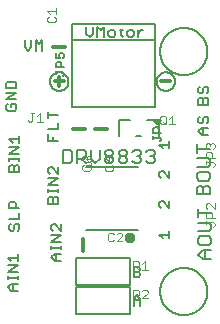
<source format=gbr>
G04 EAGLE Gerber RS-274X export*
G75*
%MOMM*%
%FSLAX34Y34*%
%LPD*%
%INSilkscreen Top*%
%IPPOS*%
%AMOC8*
5,1,8,0,0,1.08239X$1,22.5*%
G01*
%ADD10C,0.152400*%
%ADD11C,0.177800*%
%ADD12C,0.406400*%
%ADD13C,0.203200*%
%ADD14C,0.025400*%
%ADD15C,0.076200*%
%ADD16C,0.304800*%


D10*
X-5248Y225305D02*
X-5248Y219543D01*
X-2367Y216662D01*
X514Y219543D01*
X514Y225305D01*
X4107Y225305D02*
X4107Y216662D01*
X6988Y222424D02*
X4107Y225305D01*
X6988Y222424D02*
X9869Y225305D01*
X9869Y216662D01*
X-19395Y171624D02*
X-20835Y170184D01*
X-20835Y167303D01*
X-19395Y165862D01*
X-13633Y165862D01*
X-12192Y167303D01*
X-12192Y170184D01*
X-13633Y171624D01*
X-16514Y171624D01*
X-16514Y168743D01*
X-20835Y175217D02*
X-12192Y175217D01*
X-12192Y180979D02*
X-20835Y175217D01*
X-20835Y180979D02*
X-12192Y180979D01*
X-12192Y184572D02*
X-20835Y184572D01*
X-12192Y184572D02*
X-12192Y188894D01*
X-13633Y190335D01*
X-19395Y190335D01*
X-20835Y188894D01*
X-20835Y184572D01*
X-16855Y70024D02*
X-18295Y68584D01*
X-18295Y65703D01*
X-16855Y64262D01*
X-15414Y64262D01*
X-13974Y65703D01*
X-13974Y68584D01*
X-12533Y70024D01*
X-11093Y70024D01*
X-9652Y68584D01*
X-9652Y65703D01*
X-11093Y64262D01*
X-9652Y73617D02*
X-18295Y73617D01*
X-9652Y73617D02*
X-9652Y79379D01*
X-9652Y82972D02*
X-18295Y82972D01*
X-18295Y87294D01*
X-16855Y88735D01*
X-13974Y88735D01*
X-12533Y87294D01*
X-12533Y82972D01*
X14725Y140462D02*
X23368Y140462D01*
X14725Y140462D02*
X14725Y146224D01*
X19046Y143343D02*
X19046Y140462D01*
X14725Y149817D02*
X23368Y149817D01*
X23368Y155579D01*
X23368Y162054D02*
X14725Y162054D01*
X14725Y164935D02*
X14725Y159172D01*
X-9652Y113792D02*
X-18295Y113792D01*
X-18295Y118114D01*
X-16855Y119554D01*
X-15414Y119554D01*
X-13974Y118114D01*
X-12533Y119554D01*
X-11093Y119554D01*
X-9652Y118114D01*
X-9652Y113792D01*
X-13974Y113792D02*
X-13974Y118114D01*
X-9652Y123147D02*
X-9652Y126028D01*
X-9652Y124588D02*
X-18295Y124588D01*
X-18295Y126028D02*
X-18295Y123147D01*
X-18295Y129384D02*
X-9652Y129384D01*
X-9652Y135146D02*
X-18295Y129384D01*
X-18295Y135146D02*
X-9652Y135146D01*
X-15414Y138739D02*
X-18295Y141620D01*
X-9652Y141620D01*
X-9652Y138739D02*
X-9652Y144501D01*
X14725Y87122D02*
X23368Y87122D01*
X14725Y87122D02*
X14725Y91444D01*
X16165Y92884D01*
X17606Y92884D01*
X19046Y91444D01*
X20487Y92884D01*
X21927Y92884D01*
X23368Y91444D01*
X23368Y87122D01*
X19046Y87122D02*
X19046Y91444D01*
X23368Y96477D02*
X23368Y99358D01*
X23368Y97918D02*
X14725Y97918D01*
X14725Y99358D02*
X14725Y96477D01*
X14725Y102714D02*
X23368Y102714D01*
X23368Y108476D02*
X14725Y102714D01*
X14725Y108476D02*
X23368Y108476D01*
X23368Y112069D02*
X23368Y117831D01*
X23368Y112069D02*
X17606Y117831D01*
X16165Y117831D01*
X14725Y116391D01*
X14725Y113510D01*
X16165Y112069D01*
X20146Y38862D02*
X25908Y38862D01*
X20146Y38862D02*
X17265Y41743D01*
X20146Y44624D01*
X25908Y44624D01*
X21586Y44624D02*
X21586Y38862D01*
X25908Y48217D02*
X25908Y51098D01*
X25908Y49658D02*
X17265Y49658D01*
X17265Y51098D02*
X17265Y48217D01*
X17265Y54454D02*
X25908Y54454D01*
X25908Y60216D02*
X17265Y54454D01*
X17265Y60216D02*
X25908Y60216D01*
X25908Y63809D02*
X25908Y69571D01*
X25908Y63809D02*
X20146Y69571D01*
X18705Y69571D01*
X17265Y68131D01*
X17265Y65250D01*
X18705Y63809D01*
X-10922Y13462D02*
X-16684Y13462D01*
X-19565Y16343D01*
X-16684Y19224D01*
X-10922Y19224D01*
X-15244Y19224D02*
X-15244Y13462D01*
X-10922Y22817D02*
X-10922Y25698D01*
X-10922Y24258D02*
X-19565Y24258D01*
X-19565Y25698D02*
X-19565Y22817D01*
X-19565Y29054D02*
X-10922Y29054D01*
X-10922Y34816D02*
X-19565Y29054D01*
X-19565Y34816D02*
X-10922Y34816D01*
X-16684Y38409D02*
X-19565Y41290D01*
X-10922Y41290D01*
X-10922Y38409D02*
X-10922Y44171D01*
X47098Y230973D02*
X47098Y236735D01*
X47098Y230973D02*
X49980Y228092D01*
X52861Y230973D01*
X52861Y236735D01*
X56454Y236735D02*
X56454Y228092D01*
X59335Y233854D02*
X56454Y236735D01*
X59335Y233854D02*
X62216Y236735D01*
X62216Y228092D01*
X67249Y228092D02*
X70131Y228092D01*
X71571Y229533D01*
X71571Y232414D01*
X70131Y233854D01*
X67249Y233854D01*
X65809Y232414D01*
X65809Y229533D01*
X67249Y228092D01*
X76605Y229533D02*
X76605Y235295D01*
X76605Y229533D02*
X78045Y228092D01*
X78045Y233854D02*
X75164Y233854D01*
X82841Y228092D02*
X85722Y228092D01*
X87163Y229533D01*
X87163Y232414D01*
X85722Y233854D01*
X82841Y233854D01*
X81401Y232414D01*
X81401Y229533D01*
X82841Y228092D01*
X90756Y228092D02*
X90756Y233854D01*
X90756Y230973D02*
X93637Y233854D01*
X95078Y233854D01*
D11*
X140580Y94869D02*
X151511Y94869D01*
X140580Y94869D02*
X140580Y100335D01*
X142402Y102157D01*
X144223Y102157D01*
X146045Y100335D01*
X147867Y102157D01*
X149689Y102157D01*
X151511Y100335D01*
X151511Y94869D01*
X146045Y94869D02*
X146045Y100335D01*
X140580Y108385D02*
X140580Y112029D01*
X140580Y108385D02*
X142402Y106563D01*
X149689Y106563D01*
X151511Y108385D01*
X151511Y112029D01*
X149689Y113851D01*
X142402Y113851D01*
X140580Y112029D01*
X140580Y118257D02*
X149689Y118257D01*
X151511Y120079D01*
X151511Y123723D01*
X149689Y125544D01*
X140580Y125544D01*
X140580Y133595D02*
X151511Y133595D01*
X140580Y129951D02*
X140580Y137238D01*
X145493Y40259D02*
X152781Y40259D01*
X145493Y40259D02*
X141850Y43903D01*
X145493Y47547D01*
X152781Y47547D01*
X147315Y47547D02*
X147315Y40259D01*
X141850Y53775D02*
X141850Y57419D01*
X141850Y53775D02*
X143672Y51953D01*
X150959Y51953D01*
X152781Y53775D01*
X152781Y57419D01*
X150959Y59241D01*
X143672Y59241D01*
X141850Y57419D01*
X141850Y63647D02*
X150959Y63647D01*
X152781Y65469D01*
X152781Y69113D01*
X150959Y70934D01*
X141850Y70934D01*
X141850Y78985D02*
X152781Y78985D01*
X141850Y75341D02*
X141850Y82628D01*
D10*
X111586Y134112D02*
X108705Y136993D01*
X117348Y136993D01*
X117348Y134112D02*
X117348Y139874D01*
X117348Y114474D02*
X117348Y108712D01*
X111586Y114474D01*
X110145Y114474D01*
X108705Y113034D01*
X108705Y110153D01*
X110145Y108712D01*
X117348Y89074D02*
X117348Y83312D01*
X111586Y89074D01*
X110145Y89074D01*
X108705Y87634D01*
X108705Y84753D01*
X110145Y83312D01*
X108705Y60793D02*
X111586Y57912D01*
X108705Y60793D02*
X117348Y60793D01*
X117348Y57912D02*
X117348Y63674D01*
X144606Y145542D02*
X150368Y145542D01*
X144606Y145542D02*
X141725Y148423D01*
X144606Y151304D01*
X150368Y151304D01*
X146046Y151304D02*
X146046Y145542D01*
X141725Y159219D02*
X143165Y160659D01*
X141725Y159219D02*
X141725Y156338D01*
X143165Y154897D01*
X144606Y154897D01*
X146046Y156338D01*
X146046Y159219D01*
X147487Y160659D01*
X148927Y160659D01*
X150368Y159219D01*
X150368Y156338D01*
X148927Y154897D01*
D11*
X27559Y132470D02*
X27559Y121539D01*
X33025Y121539D01*
X34847Y123361D01*
X34847Y130648D01*
X33025Y132470D01*
X27559Y132470D01*
X39253Y132470D02*
X39253Y121539D01*
X39253Y132470D02*
X44719Y132470D01*
X46541Y130648D01*
X46541Y127005D01*
X44719Y125183D01*
X39253Y125183D01*
X42897Y125183D02*
X46541Y121539D01*
X50947Y125183D02*
X50947Y132470D01*
X50947Y125183D02*
X54591Y121539D01*
X58234Y125183D01*
X58234Y132470D01*
X62641Y130648D02*
X64463Y132470D01*
X68107Y132470D01*
X69928Y130648D01*
X69928Y128827D01*
X68107Y127005D01*
X69928Y125183D01*
X69928Y123361D01*
X68107Y121539D01*
X64463Y121539D01*
X62641Y123361D01*
X62641Y125183D01*
X64463Y127005D01*
X62641Y128827D01*
X62641Y130648D01*
X64463Y127005D02*
X68107Y127005D01*
X74335Y130648D02*
X76157Y132470D01*
X79801Y132470D01*
X81622Y130648D01*
X81622Y128827D01*
X79801Y127005D01*
X81622Y125183D01*
X81622Y123361D01*
X79801Y121539D01*
X76157Y121539D01*
X74335Y123361D01*
X74335Y125183D01*
X76157Y127005D01*
X74335Y128827D01*
X74335Y130648D01*
X76157Y127005D02*
X79801Y127005D01*
X86029Y130648D02*
X87851Y132470D01*
X91495Y132470D01*
X93316Y130648D01*
X93316Y128827D01*
X91495Y127005D01*
X89673Y127005D01*
X91495Y127005D02*
X93316Y125183D01*
X93316Y123361D01*
X91495Y121539D01*
X87851Y121539D01*
X86029Y123361D01*
X97723Y130648D02*
X99545Y132470D01*
X103188Y132470D01*
X105010Y130648D01*
X105010Y128827D01*
X103188Y127005D01*
X101367Y127005D01*
X103188Y127005D02*
X105010Y125183D01*
X105010Y123361D01*
X103188Y121539D01*
X99545Y121539D01*
X97723Y123361D01*
D10*
X141725Y170942D02*
X150368Y170942D01*
X141725Y170942D02*
X141725Y175264D01*
X143165Y176704D01*
X144606Y176704D01*
X146046Y175264D01*
X147487Y176704D01*
X148927Y176704D01*
X150368Y175264D01*
X150368Y170942D01*
X146046Y170942D02*
X146046Y175264D01*
X141725Y184619D02*
X143165Y186059D01*
X141725Y184619D02*
X141725Y181738D01*
X143165Y180297D01*
X144606Y180297D01*
X146046Y181738D01*
X146046Y184619D01*
X147487Y186059D01*
X148927Y186059D01*
X150368Y184619D01*
X150368Y181738D01*
X148927Y180297D01*
X87122Y6524D02*
X87122Y762D01*
X87122Y6524D02*
X90003Y9405D01*
X92884Y6524D01*
X92884Y762D01*
X92884Y5084D02*
X87122Y5084D01*
X87122Y24892D02*
X87122Y33535D01*
X91444Y33535D01*
X92884Y32095D01*
X92884Y30654D01*
X91444Y29214D01*
X92884Y27773D01*
X92884Y26333D01*
X91444Y24892D01*
X87122Y24892D01*
X87122Y29214D02*
X91444Y29214D01*
D12*
X81580Y58440D02*
X81582Y58529D01*
X81588Y58618D01*
X81598Y58707D01*
X81612Y58795D01*
X81629Y58882D01*
X81651Y58968D01*
X81677Y59054D01*
X81706Y59138D01*
X81739Y59221D01*
X81775Y59302D01*
X81816Y59382D01*
X81859Y59459D01*
X81906Y59535D01*
X81957Y59608D01*
X82010Y59679D01*
X82067Y59748D01*
X82127Y59814D01*
X82190Y59878D01*
X82255Y59938D01*
X82323Y59996D01*
X82394Y60050D01*
X82467Y60101D01*
X82542Y60149D01*
X82619Y60194D01*
X82698Y60235D01*
X82779Y60272D01*
X82861Y60306D01*
X82945Y60337D01*
X83030Y60363D01*
X83116Y60386D01*
X83203Y60404D01*
X83291Y60419D01*
X83380Y60430D01*
X83469Y60437D01*
X83558Y60440D01*
X83647Y60439D01*
X83736Y60434D01*
X83824Y60425D01*
X83913Y60412D01*
X84000Y60395D01*
X84087Y60375D01*
X84173Y60350D01*
X84257Y60322D01*
X84340Y60290D01*
X84422Y60254D01*
X84502Y60215D01*
X84580Y60172D01*
X84656Y60126D01*
X84730Y60076D01*
X84802Y60023D01*
X84871Y59967D01*
X84938Y59908D01*
X85002Y59846D01*
X85063Y59782D01*
X85122Y59714D01*
X85177Y59644D01*
X85229Y59572D01*
X85278Y59497D01*
X85323Y59421D01*
X85365Y59342D01*
X85403Y59262D01*
X85438Y59180D01*
X85469Y59096D01*
X85497Y59011D01*
X85520Y58925D01*
X85540Y58838D01*
X85556Y58751D01*
X85568Y58662D01*
X85576Y58574D01*
X85580Y58485D01*
X85580Y58395D01*
X85576Y58306D01*
X85568Y58218D01*
X85556Y58129D01*
X85540Y58042D01*
X85520Y57955D01*
X85497Y57869D01*
X85469Y57784D01*
X85438Y57700D01*
X85403Y57618D01*
X85365Y57538D01*
X85323Y57459D01*
X85278Y57383D01*
X85229Y57308D01*
X85177Y57236D01*
X85122Y57166D01*
X85063Y57098D01*
X85002Y57034D01*
X84938Y56972D01*
X84871Y56913D01*
X84802Y56857D01*
X84730Y56804D01*
X84656Y56754D01*
X84580Y56708D01*
X84502Y56665D01*
X84422Y56626D01*
X84340Y56590D01*
X84257Y56558D01*
X84173Y56530D01*
X84087Y56505D01*
X84000Y56485D01*
X83913Y56468D01*
X83824Y56455D01*
X83736Y56446D01*
X83647Y56441D01*
X83558Y56440D01*
X83469Y56443D01*
X83380Y56450D01*
X83291Y56461D01*
X83203Y56476D01*
X83116Y56494D01*
X83030Y56517D01*
X82945Y56543D01*
X82861Y56574D01*
X82779Y56608D01*
X82698Y56645D01*
X82619Y56686D01*
X82542Y56731D01*
X82467Y56779D01*
X82394Y56830D01*
X82323Y56884D01*
X82255Y56942D01*
X82190Y57002D01*
X82127Y57066D01*
X82067Y57132D01*
X82010Y57201D01*
X81957Y57272D01*
X81906Y57345D01*
X81859Y57421D01*
X81816Y57498D01*
X81775Y57578D01*
X81739Y57659D01*
X81706Y57742D01*
X81677Y57826D01*
X81651Y57912D01*
X81629Y57998D01*
X81612Y58085D01*
X81598Y58173D01*
X81588Y58262D01*
X81582Y58351D01*
X81580Y58440D01*
D13*
X90580Y118440D02*
X46580Y118440D01*
X46580Y64440D02*
X90580Y64440D01*
D14*
X50037Y119507D02*
X46860Y119507D01*
X50037Y119507D02*
X50673Y120143D01*
X50673Y121414D01*
X50037Y122049D01*
X46860Y122049D01*
X48131Y123249D02*
X46860Y124520D01*
X50673Y124520D01*
X50673Y123249D02*
X50673Y125791D01*
D13*
X38100Y40640D02*
X83820Y40640D01*
X83820Y17780D01*
X38100Y17780D01*
X38100Y40640D01*
D15*
X86741Y38233D02*
X86741Y30861D01*
X86741Y38233D02*
X90427Y38233D01*
X91656Y37005D01*
X91656Y34547D01*
X90427Y33318D01*
X86741Y33318D01*
X89198Y33318D02*
X91656Y30861D01*
X94225Y35776D02*
X96683Y38233D01*
X96683Y30861D01*
X99140Y30861D02*
X94225Y30861D01*
D13*
X83820Y16510D02*
X38100Y16510D01*
X83820Y16510D02*
X83820Y-6350D01*
X38100Y-6350D01*
X38100Y16510D01*
D15*
X86741Y14103D02*
X86741Y6731D01*
X86741Y14103D02*
X90427Y14103D01*
X91656Y12875D01*
X91656Y10417D01*
X90427Y9188D01*
X86741Y9188D01*
X89198Y9188D02*
X91656Y6731D01*
X94225Y6731D02*
X99140Y6731D01*
X94225Y6731D02*
X99140Y11646D01*
X99140Y12875D01*
X97911Y14103D01*
X95454Y14103D01*
X94225Y12875D01*
D13*
X105120Y169200D02*
X105120Y225200D01*
X105120Y239200D01*
X35120Y239200D01*
X35120Y225200D01*
X35120Y169200D01*
X105120Y169200D01*
X105120Y225200D02*
X35120Y225200D01*
D15*
X-2367Y157782D02*
X-1139Y156553D01*
X90Y156553D01*
X1319Y157782D01*
X1319Y163925D01*
X90Y163925D02*
X2548Y163925D01*
X5117Y161468D02*
X7574Y163925D01*
X7574Y156553D01*
X5117Y156553D02*
X10032Y156553D01*
D13*
X74716Y157734D02*
X74716Y144606D01*
X74716Y157734D02*
X84304Y157734D01*
X108164Y157734D02*
X108164Y144606D01*
X108164Y157734D02*
X98576Y157734D01*
X93664Y144526D02*
X89076Y144526D01*
D15*
X109601Y155280D02*
X109601Y160195D01*
X110830Y161423D01*
X113287Y161423D01*
X114516Y160195D01*
X114516Y155280D01*
X113287Y154051D01*
X110830Y154051D01*
X109601Y155280D01*
X112058Y156508D02*
X114516Y154051D01*
X117085Y158966D02*
X119543Y161423D01*
X119543Y154051D01*
X122000Y154051D02*
X117085Y154051D01*
D16*
X44450Y57150D02*
X44450Y46990D01*
D15*
X68837Y62363D02*
X70066Y61135D01*
X68837Y62363D02*
X66380Y62363D01*
X65151Y61135D01*
X65151Y56220D01*
X66380Y54991D01*
X68837Y54991D01*
X70066Y56220D01*
X72635Y54991D02*
X77550Y54991D01*
X72635Y54991D02*
X77550Y59906D01*
X77550Y61135D01*
X76321Y62363D01*
X73864Y62363D01*
X72635Y61135D01*
D16*
X45720Y149860D02*
X35560Y149860D01*
D15*
X44783Y119868D02*
X43555Y118639D01*
X43555Y116181D01*
X44783Y114953D01*
X49698Y114953D01*
X50927Y116181D01*
X50927Y118639D01*
X49698Y119868D01*
X44783Y122437D02*
X43555Y123666D01*
X43555Y126123D01*
X44783Y127352D01*
X46012Y127352D01*
X47241Y126123D01*
X47241Y124894D01*
X47241Y126123D02*
X48470Y127352D01*
X49698Y127352D01*
X50927Y126123D01*
X50927Y123666D01*
X49698Y122437D01*
D16*
X29210Y219710D02*
X19050Y219710D01*
D15*
X13837Y244097D02*
X15065Y245326D01*
X13837Y244097D02*
X13837Y241640D01*
X15065Y240411D01*
X19980Y240411D01*
X21209Y241640D01*
X21209Y244097D01*
X19980Y245326D01*
X16294Y247895D02*
X13837Y250353D01*
X21209Y250353D01*
X21209Y252810D02*
X21209Y247895D01*
D16*
X54610Y149860D02*
X64770Y149860D01*
D15*
X63833Y119868D02*
X62605Y118639D01*
X62605Y116181D01*
X63833Y114953D01*
X68748Y114953D01*
X69977Y116181D01*
X69977Y118639D01*
X68748Y119868D01*
X69977Y126123D02*
X62605Y126123D01*
X66291Y122437D01*
X66291Y127352D01*
D13*
X109540Y215900D02*
X109546Y216391D01*
X109564Y216881D01*
X109594Y217371D01*
X109636Y217860D01*
X109690Y218348D01*
X109756Y218835D01*
X109834Y219319D01*
X109924Y219802D01*
X110026Y220282D01*
X110139Y220760D01*
X110264Y221234D01*
X110401Y221706D01*
X110549Y222174D01*
X110709Y222638D01*
X110880Y223098D01*
X111062Y223554D01*
X111256Y224005D01*
X111460Y224451D01*
X111676Y224892D01*
X111902Y225328D01*
X112138Y225758D01*
X112385Y226182D01*
X112643Y226600D01*
X112911Y227011D01*
X113188Y227416D01*
X113476Y227814D01*
X113773Y228205D01*
X114080Y228588D01*
X114396Y228963D01*
X114721Y229331D01*
X115055Y229691D01*
X115398Y230042D01*
X115749Y230385D01*
X116109Y230719D01*
X116477Y231044D01*
X116852Y231360D01*
X117235Y231667D01*
X117626Y231964D01*
X118024Y232252D01*
X118429Y232529D01*
X118840Y232797D01*
X119258Y233055D01*
X119682Y233302D01*
X120112Y233538D01*
X120548Y233764D01*
X120989Y233980D01*
X121435Y234184D01*
X121886Y234378D01*
X122342Y234560D01*
X122802Y234731D01*
X123266Y234891D01*
X123734Y235039D01*
X124206Y235176D01*
X124680Y235301D01*
X125158Y235414D01*
X125638Y235516D01*
X126121Y235606D01*
X126605Y235684D01*
X127092Y235750D01*
X127580Y235804D01*
X128069Y235846D01*
X128559Y235876D01*
X129049Y235894D01*
X129540Y235900D01*
X130031Y235894D01*
X130521Y235876D01*
X131011Y235846D01*
X131500Y235804D01*
X131988Y235750D01*
X132475Y235684D01*
X132959Y235606D01*
X133442Y235516D01*
X133922Y235414D01*
X134400Y235301D01*
X134874Y235176D01*
X135346Y235039D01*
X135814Y234891D01*
X136278Y234731D01*
X136738Y234560D01*
X137194Y234378D01*
X137645Y234184D01*
X138091Y233980D01*
X138532Y233764D01*
X138968Y233538D01*
X139398Y233302D01*
X139822Y233055D01*
X140240Y232797D01*
X140651Y232529D01*
X141056Y232252D01*
X141454Y231964D01*
X141845Y231667D01*
X142228Y231360D01*
X142603Y231044D01*
X142971Y230719D01*
X143331Y230385D01*
X143682Y230042D01*
X144025Y229691D01*
X144359Y229331D01*
X144684Y228963D01*
X145000Y228588D01*
X145307Y228205D01*
X145604Y227814D01*
X145892Y227416D01*
X146169Y227011D01*
X146437Y226600D01*
X146695Y226182D01*
X146942Y225758D01*
X147178Y225328D01*
X147404Y224892D01*
X147620Y224451D01*
X147824Y224005D01*
X148018Y223554D01*
X148200Y223098D01*
X148371Y222638D01*
X148531Y222174D01*
X148679Y221706D01*
X148816Y221234D01*
X148941Y220760D01*
X149054Y220282D01*
X149156Y219802D01*
X149246Y219319D01*
X149324Y218835D01*
X149390Y218348D01*
X149444Y217860D01*
X149486Y217371D01*
X149516Y216881D01*
X149534Y216391D01*
X149540Y215900D01*
X149534Y215409D01*
X149516Y214919D01*
X149486Y214429D01*
X149444Y213940D01*
X149390Y213452D01*
X149324Y212965D01*
X149246Y212481D01*
X149156Y211998D01*
X149054Y211518D01*
X148941Y211040D01*
X148816Y210566D01*
X148679Y210094D01*
X148531Y209626D01*
X148371Y209162D01*
X148200Y208702D01*
X148018Y208246D01*
X147824Y207795D01*
X147620Y207349D01*
X147404Y206908D01*
X147178Y206472D01*
X146942Y206042D01*
X146695Y205618D01*
X146437Y205200D01*
X146169Y204789D01*
X145892Y204384D01*
X145604Y203986D01*
X145307Y203595D01*
X145000Y203212D01*
X144684Y202837D01*
X144359Y202469D01*
X144025Y202109D01*
X143682Y201758D01*
X143331Y201415D01*
X142971Y201081D01*
X142603Y200756D01*
X142228Y200440D01*
X141845Y200133D01*
X141454Y199836D01*
X141056Y199548D01*
X140651Y199271D01*
X140240Y199003D01*
X139822Y198745D01*
X139398Y198498D01*
X138968Y198262D01*
X138532Y198036D01*
X138091Y197820D01*
X137645Y197616D01*
X137194Y197422D01*
X136738Y197240D01*
X136278Y197069D01*
X135814Y196909D01*
X135346Y196761D01*
X134874Y196624D01*
X134400Y196499D01*
X133922Y196386D01*
X133442Y196284D01*
X132959Y196194D01*
X132475Y196116D01*
X131988Y196050D01*
X131500Y195996D01*
X131011Y195954D01*
X130521Y195924D01*
X130031Y195906D01*
X129540Y195900D01*
X129049Y195906D01*
X128559Y195924D01*
X128069Y195954D01*
X127580Y195996D01*
X127092Y196050D01*
X126605Y196116D01*
X126121Y196194D01*
X125638Y196284D01*
X125158Y196386D01*
X124680Y196499D01*
X124206Y196624D01*
X123734Y196761D01*
X123266Y196909D01*
X122802Y197069D01*
X122342Y197240D01*
X121886Y197422D01*
X121435Y197616D01*
X120989Y197820D01*
X120548Y198036D01*
X120112Y198262D01*
X119682Y198498D01*
X119258Y198745D01*
X118840Y199003D01*
X118429Y199271D01*
X118024Y199548D01*
X117626Y199836D01*
X117235Y200133D01*
X116852Y200440D01*
X116477Y200756D01*
X116109Y201081D01*
X115749Y201415D01*
X115398Y201758D01*
X115055Y202109D01*
X114721Y202469D01*
X114396Y202837D01*
X114080Y203212D01*
X113773Y203595D01*
X113476Y203986D01*
X113188Y204384D01*
X112911Y204789D01*
X112643Y205200D01*
X112385Y205618D01*
X112138Y206042D01*
X111902Y206472D01*
X111676Y206908D01*
X111460Y207349D01*
X111256Y207795D01*
X111062Y208246D01*
X110880Y208702D01*
X110709Y209162D01*
X110549Y209626D01*
X110401Y210094D01*
X110264Y210566D01*
X110139Y211040D01*
X110026Y211518D01*
X109924Y211998D01*
X109834Y212481D01*
X109756Y212965D01*
X109690Y213452D01*
X109636Y213940D01*
X109594Y214429D01*
X109564Y214919D01*
X109546Y215409D01*
X109540Y215900D01*
X109540Y12700D02*
X109546Y13191D01*
X109564Y13681D01*
X109594Y14171D01*
X109636Y14660D01*
X109690Y15148D01*
X109756Y15635D01*
X109834Y16119D01*
X109924Y16602D01*
X110026Y17082D01*
X110139Y17560D01*
X110264Y18034D01*
X110401Y18506D01*
X110549Y18974D01*
X110709Y19438D01*
X110880Y19898D01*
X111062Y20354D01*
X111256Y20805D01*
X111460Y21251D01*
X111676Y21692D01*
X111902Y22128D01*
X112138Y22558D01*
X112385Y22982D01*
X112643Y23400D01*
X112911Y23811D01*
X113188Y24216D01*
X113476Y24614D01*
X113773Y25005D01*
X114080Y25388D01*
X114396Y25763D01*
X114721Y26131D01*
X115055Y26491D01*
X115398Y26842D01*
X115749Y27185D01*
X116109Y27519D01*
X116477Y27844D01*
X116852Y28160D01*
X117235Y28467D01*
X117626Y28764D01*
X118024Y29052D01*
X118429Y29329D01*
X118840Y29597D01*
X119258Y29855D01*
X119682Y30102D01*
X120112Y30338D01*
X120548Y30564D01*
X120989Y30780D01*
X121435Y30984D01*
X121886Y31178D01*
X122342Y31360D01*
X122802Y31531D01*
X123266Y31691D01*
X123734Y31839D01*
X124206Y31976D01*
X124680Y32101D01*
X125158Y32214D01*
X125638Y32316D01*
X126121Y32406D01*
X126605Y32484D01*
X127092Y32550D01*
X127580Y32604D01*
X128069Y32646D01*
X128559Y32676D01*
X129049Y32694D01*
X129540Y32700D01*
X130031Y32694D01*
X130521Y32676D01*
X131011Y32646D01*
X131500Y32604D01*
X131988Y32550D01*
X132475Y32484D01*
X132959Y32406D01*
X133442Y32316D01*
X133922Y32214D01*
X134400Y32101D01*
X134874Y31976D01*
X135346Y31839D01*
X135814Y31691D01*
X136278Y31531D01*
X136738Y31360D01*
X137194Y31178D01*
X137645Y30984D01*
X138091Y30780D01*
X138532Y30564D01*
X138968Y30338D01*
X139398Y30102D01*
X139822Y29855D01*
X140240Y29597D01*
X140651Y29329D01*
X141056Y29052D01*
X141454Y28764D01*
X141845Y28467D01*
X142228Y28160D01*
X142603Y27844D01*
X142971Y27519D01*
X143331Y27185D01*
X143682Y26842D01*
X144025Y26491D01*
X144359Y26131D01*
X144684Y25763D01*
X145000Y25388D01*
X145307Y25005D01*
X145604Y24614D01*
X145892Y24216D01*
X146169Y23811D01*
X146437Y23400D01*
X146695Y22982D01*
X146942Y22558D01*
X147178Y22128D01*
X147404Y21692D01*
X147620Y21251D01*
X147824Y20805D01*
X148018Y20354D01*
X148200Y19898D01*
X148371Y19438D01*
X148531Y18974D01*
X148679Y18506D01*
X148816Y18034D01*
X148941Y17560D01*
X149054Y17082D01*
X149156Y16602D01*
X149246Y16119D01*
X149324Y15635D01*
X149390Y15148D01*
X149444Y14660D01*
X149486Y14171D01*
X149516Y13681D01*
X149534Y13191D01*
X149540Y12700D01*
X149534Y12209D01*
X149516Y11719D01*
X149486Y11229D01*
X149444Y10740D01*
X149390Y10252D01*
X149324Y9765D01*
X149246Y9281D01*
X149156Y8798D01*
X149054Y8318D01*
X148941Y7840D01*
X148816Y7366D01*
X148679Y6894D01*
X148531Y6426D01*
X148371Y5962D01*
X148200Y5502D01*
X148018Y5046D01*
X147824Y4595D01*
X147620Y4149D01*
X147404Y3708D01*
X147178Y3272D01*
X146942Y2842D01*
X146695Y2418D01*
X146437Y2000D01*
X146169Y1589D01*
X145892Y1184D01*
X145604Y786D01*
X145307Y395D01*
X145000Y12D01*
X144684Y-363D01*
X144359Y-731D01*
X144025Y-1091D01*
X143682Y-1442D01*
X143331Y-1785D01*
X142971Y-2119D01*
X142603Y-2444D01*
X142228Y-2760D01*
X141845Y-3067D01*
X141454Y-3364D01*
X141056Y-3652D01*
X140651Y-3929D01*
X140240Y-4197D01*
X139822Y-4455D01*
X139398Y-4702D01*
X138968Y-4938D01*
X138532Y-5164D01*
X138091Y-5380D01*
X137645Y-5584D01*
X137194Y-5778D01*
X136738Y-5960D01*
X136278Y-6131D01*
X135814Y-6291D01*
X135346Y-6439D01*
X134874Y-6576D01*
X134400Y-6701D01*
X133922Y-6814D01*
X133442Y-6916D01*
X132959Y-7006D01*
X132475Y-7084D01*
X131988Y-7150D01*
X131500Y-7204D01*
X131011Y-7246D01*
X130521Y-7276D01*
X130031Y-7294D01*
X129540Y-7300D01*
X129049Y-7294D01*
X128559Y-7276D01*
X128069Y-7246D01*
X127580Y-7204D01*
X127092Y-7150D01*
X126605Y-7084D01*
X126121Y-7006D01*
X125638Y-6916D01*
X125158Y-6814D01*
X124680Y-6701D01*
X124206Y-6576D01*
X123734Y-6439D01*
X123266Y-6291D01*
X122802Y-6131D01*
X122342Y-5960D01*
X121886Y-5778D01*
X121435Y-5584D01*
X120989Y-5380D01*
X120548Y-5164D01*
X120112Y-4938D01*
X119682Y-4702D01*
X119258Y-4455D01*
X118840Y-4197D01*
X118429Y-3929D01*
X118024Y-3652D01*
X117626Y-3364D01*
X117235Y-3067D01*
X116852Y-2760D01*
X116477Y-2444D01*
X116109Y-2119D01*
X115749Y-1785D01*
X115398Y-1442D01*
X115055Y-1091D01*
X114721Y-731D01*
X114396Y-363D01*
X114080Y12D01*
X113773Y395D01*
X113476Y786D01*
X113188Y1184D01*
X112911Y1589D01*
X112643Y2000D01*
X112385Y2418D01*
X112138Y2842D01*
X111902Y3272D01*
X111676Y3708D01*
X111460Y4149D01*
X111256Y4595D01*
X111062Y5046D01*
X110880Y5502D01*
X110709Y5962D01*
X110549Y6426D01*
X110401Y6894D01*
X110264Y7366D01*
X110139Y7840D01*
X110026Y8318D01*
X109924Y8798D01*
X109834Y9281D01*
X109756Y9765D01*
X109690Y10252D01*
X109636Y10740D01*
X109594Y11229D01*
X109564Y11719D01*
X109546Y12209D01*
X109540Y12700D01*
D15*
X154346Y67591D02*
X155575Y68819D01*
X155575Y70048D01*
X154346Y71277D01*
X148203Y71277D01*
X148203Y72505D02*
X148203Y70048D01*
X148203Y75075D02*
X155575Y75075D01*
X148203Y75075D02*
X148203Y78761D01*
X149431Y79990D01*
X151889Y79990D01*
X153118Y78761D01*
X153118Y75075D01*
X155575Y82559D02*
X155575Y87474D01*
X155575Y82559D02*
X150660Y87474D01*
X149431Y87474D01*
X148203Y86245D01*
X148203Y83788D01*
X149431Y82559D01*
X154346Y118391D02*
X155575Y119619D01*
X155575Y120848D01*
X154346Y122077D01*
X148203Y122077D01*
X148203Y123305D02*
X148203Y120848D01*
X148203Y125875D02*
X155575Y125875D01*
X148203Y125875D02*
X148203Y129561D01*
X149431Y130790D01*
X151889Y130790D01*
X153118Y129561D01*
X153118Y125875D01*
X149431Y133359D02*
X148203Y134588D01*
X148203Y137045D01*
X149431Y138274D01*
X150660Y138274D01*
X151889Y137045D01*
X151889Y135816D01*
X151889Y137045D02*
X153118Y138274D01*
X154346Y138274D01*
X155575Y137045D01*
X155575Y134588D01*
X154346Y133359D01*
D10*
X110490Y140802D02*
X109388Y139700D01*
X110490Y140802D02*
X110490Y141903D01*
X109388Y143005D01*
X103880Y143005D01*
X103880Y144106D02*
X103880Y141903D01*
X103880Y147184D02*
X110490Y147184D01*
X103880Y147184D02*
X103880Y150489D01*
X104982Y151591D01*
X107185Y151591D01*
X108287Y150489D01*
X108287Y147184D01*
X110490Y157973D02*
X103880Y157973D01*
X107185Y154668D01*
X107185Y159075D01*
X28194Y196073D02*
X27092Y194972D01*
X28194Y196073D02*
X28194Y197175D01*
X27092Y198276D01*
X21584Y198276D01*
X21584Y197175D02*
X21584Y199378D01*
X21584Y202456D02*
X28194Y202456D01*
X21584Y202456D02*
X21584Y205761D01*
X22686Y206862D01*
X24889Y206862D01*
X25991Y205761D01*
X25991Y202456D01*
X21584Y209940D02*
X21584Y214346D01*
X21584Y209940D02*
X24889Y209940D01*
X23788Y212143D01*
X23788Y213245D01*
X24889Y214346D01*
X27092Y214346D01*
X28194Y213245D01*
X28194Y211041D01*
X27092Y209940D01*
D16*
X28098Y190500D02*
X20161Y190500D01*
X24130Y194468D02*
X24130Y186532D01*
D13*
X16313Y190500D02*
X16315Y190692D01*
X16322Y190884D01*
X16334Y191075D01*
X16351Y191266D01*
X16372Y191457D01*
X16398Y191647D01*
X16428Y191836D01*
X16463Y192025D01*
X16503Y192213D01*
X16547Y192399D01*
X16596Y192585D01*
X16650Y192769D01*
X16708Y192952D01*
X16770Y193133D01*
X16837Y193313D01*
X16908Y193491D01*
X16984Y193668D01*
X17064Y193842D01*
X17148Y194015D01*
X17236Y194185D01*
X17329Y194353D01*
X17425Y194519D01*
X17526Y194682D01*
X17630Y194843D01*
X17739Y195001D01*
X17851Y195157D01*
X17967Y195309D01*
X18087Y195459D01*
X18211Y195606D01*
X18338Y195750D01*
X18469Y195890D01*
X18603Y196027D01*
X18740Y196161D01*
X18880Y196292D01*
X19024Y196419D01*
X19171Y196543D01*
X19321Y196663D01*
X19473Y196779D01*
X19629Y196891D01*
X19787Y197000D01*
X19948Y197104D01*
X20111Y197205D01*
X20277Y197301D01*
X20445Y197394D01*
X20615Y197482D01*
X20788Y197566D01*
X20962Y197646D01*
X21139Y197722D01*
X21317Y197793D01*
X21497Y197860D01*
X21678Y197922D01*
X21861Y197980D01*
X22045Y198034D01*
X22231Y198083D01*
X22417Y198127D01*
X22605Y198167D01*
X22794Y198202D01*
X22983Y198232D01*
X23173Y198258D01*
X23364Y198279D01*
X23555Y198296D01*
X23746Y198308D01*
X23938Y198315D01*
X24130Y198317D01*
X24322Y198315D01*
X24514Y198308D01*
X24705Y198296D01*
X24896Y198279D01*
X25087Y198258D01*
X25277Y198232D01*
X25466Y198202D01*
X25655Y198167D01*
X25843Y198127D01*
X26029Y198083D01*
X26215Y198034D01*
X26399Y197980D01*
X26582Y197922D01*
X26763Y197860D01*
X26943Y197793D01*
X27121Y197722D01*
X27298Y197646D01*
X27472Y197566D01*
X27645Y197482D01*
X27815Y197394D01*
X27983Y197301D01*
X28149Y197205D01*
X28312Y197104D01*
X28473Y197000D01*
X28631Y196891D01*
X28787Y196779D01*
X28939Y196663D01*
X29089Y196543D01*
X29236Y196419D01*
X29380Y196292D01*
X29520Y196161D01*
X29657Y196027D01*
X29791Y195890D01*
X29922Y195750D01*
X30049Y195606D01*
X30173Y195459D01*
X30293Y195309D01*
X30409Y195157D01*
X30521Y195001D01*
X30630Y194843D01*
X30734Y194682D01*
X30835Y194519D01*
X30931Y194353D01*
X31024Y194185D01*
X31112Y194015D01*
X31196Y193842D01*
X31276Y193668D01*
X31352Y193491D01*
X31423Y193313D01*
X31490Y193133D01*
X31552Y192952D01*
X31610Y192769D01*
X31664Y192585D01*
X31713Y192399D01*
X31757Y192213D01*
X31797Y192025D01*
X31832Y191836D01*
X31862Y191647D01*
X31888Y191457D01*
X31909Y191266D01*
X31926Y191075D01*
X31938Y190884D01*
X31945Y190692D01*
X31947Y190500D01*
X31945Y190308D01*
X31938Y190116D01*
X31926Y189925D01*
X31909Y189734D01*
X31888Y189543D01*
X31862Y189353D01*
X31832Y189164D01*
X31797Y188975D01*
X31757Y188787D01*
X31713Y188601D01*
X31664Y188415D01*
X31610Y188231D01*
X31552Y188048D01*
X31490Y187867D01*
X31423Y187687D01*
X31352Y187509D01*
X31276Y187332D01*
X31196Y187158D01*
X31112Y186985D01*
X31024Y186815D01*
X30931Y186647D01*
X30835Y186481D01*
X30734Y186318D01*
X30630Y186157D01*
X30521Y185999D01*
X30409Y185843D01*
X30293Y185691D01*
X30173Y185541D01*
X30049Y185394D01*
X29922Y185250D01*
X29791Y185110D01*
X29657Y184973D01*
X29520Y184839D01*
X29380Y184708D01*
X29236Y184581D01*
X29089Y184457D01*
X28939Y184337D01*
X28787Y184221D01*
X28631Y184109D01*
X28473Y184000D01*
X28312Y183896D01*
X28149Y183795D01*
X27983Y183699D01*
X27815Y183606D01*
X27645Y183518D01*
X27472Y183434D01*
X27298Y183354D01*
X27121Y183278D01*
X26943Y183207D01*
X26763Y183140D01*
X26582Y183078D01*
X26399Y183020D01*
X26215Y182966D01*
X26029Y182917D01*
X25843Y182873D01*
X25655Y182833D01*
X25466Y182798D01*
X25277Y182768D01*
X25087Y182742D01*
X24896Y182721D01*
X24705Y182704D01*
X24514Y182692D01*
X24322Y182685D01*
X24130Y182683D01*
X23938Y182685D01*
X23746Y182692D01*
X23555Y182704D01*
X23364Y182721D01*
X23173Y182742D01*
X22983Y182768D01*
X22794Y182798D01*
X22605Y182833D01*
X22417Y182873D01*
X22231Y182917D01*
X22045Y182966D01*
X21861Y183020D01*
X21678Y183078D01*
X21497Y183140D01*
X21317Y183207D01*
X21139Y183278D01*
X20962Y183354D01*
X20788Y183434D01*
X20615Y183518D01*
X20445Y183606D01*
X20277Y183699D01*
X20111Y183795D01*
X19948Y183896D01*
X19787Y184000D01*
X19629Y184109D01*
X19473Y184221D01*
X19321Y184337D01*
X19171Y184457D01*
X19024Y184581D01*
X18880Y184708D01*
X18740Y184839D01*
X18603Y184973D01*
X18469Y185110D01*
X18338Y185250D01*
X18211Y185394D01*
X18087Y185541D01*
X17967Y185691D01*
X17851Y185843D01*
X17739Y185999D01*
X17630Y186157D01*
X17526Y186318D01*
X17425Y186481D01*
X17329Y186647D01*
X17236Y186815D01*
X17148Y186985D01*
X17064Y187158D01*
X16984Y187332D01*
X16908Y187509D01*
X16837Y187687D01*
X16770Y187867D01*
X16708Y188048D01*
X16650Y188231D01*
X16596Y188415D01*
X16547Y188601D01*
X16503Y188787D01*
X16463Y188975D01*
X16428Y189164D01*
X16398Y189353D01*
X16372Y189543D01*
X16351Y189734D01*
X16334Y189925D01*
X16322Y190116D01*
X16315Y190308D01*
X16313Y190500D01*
D16*
X110331Y190500D02*
X118268Y190500D01*
D13*
X106483Y190500D02*
X106485Y190692D01*
X106492Y190884D01*
X106504Y191075D01*
X106521Y191266D01*
X106542Y191457D01*
X106568Y191647D01*
X106598Y191836D01*
X106633Y192025D01*
X106673Y192213D01*
X106717Y192399D01*
X106766Y192585D01*
X106820Y192769D01*
X106878Y192952D01*
X106940Y193133D01*
X107007Y193313D01*
X107078Y193491D01*
X107154Y193668D01*
X107234Y193842D01*
X107318Y194015D01*
X107406Y194185D01*
X107499Y194353D01*
X107595Y194519D01*
X107696Y194682D01*
X107800Y194843D01*
X107909Y195001D01*
X108021Y195157D01*
X108137Y195309D01*
X108257Y195459D01*
X108381Y195606D01*
X108508Y195750D01*
X108639Y195890D01*
X108773Y196027D01*
X108910Y196161D01*
X109050Y196292D01*
X109194Y196419D01*
X109341Y196543D01*
X109491Y196663D01*
X109643Y196779D01*
X109799Y196891D01*
X109957Y197000D01*
X110118Y197104D01*
X110281Y197205D01*
X110447Y197301D01*
X110615Y197394D01*
X110785Y197482D01*
X110958Y197566D01*
X111132Y197646D01*
X111309Y197722D01*
X111487Y197793D01*
X111667Y197860D01*
X111848Y197922D01*
X112031Y197980D01*
X112215Y198034D01*
X112401Y198083D01*
X112587Y198127D01*
X112775Y198167D01*
X112964Y198202D01*
X113153Y198232D01*
X113343Y198258D01*
X113534Y198279D01*
X113725Y198296D01*
X113916Y198308D01*
X114108Y198315D01*
X114300Y198317D01*
X114492Y198315D01*
X114684Y198308D01*
X114875Y198296D01*
X115066Y198279D01*
X115257Y198258D01*
X115447Y198232D01*
X115636Y198202D01*
X115825Y198167D01*
X116013Y198127D01*
X116199Y198083D01*
X116385Y198034D01*
X116569Y197980D01*
X116752Y197922D01*
X116933Y197860D01*
X117113Y197793D01*
X117291Y197722D01*
X117468Y197646D01*
X117642Y197566D01*
X117815Y197482D01*
X117985Y197394D01*
X118153Y197301D01*
X118319Y197205D01*
X118482Y197104D01*
X118643Y197000D01*
X118801Y196891D01*
X118957Y196779D01*
X119109Y196663D01*
X119259Y196543D01*
X119406Y196419D01*
X119550Y196292D01*
X119690Y196161D01*
X119827Y196027D01*
X119961Y195890D01*
X120092Y195750D01*
X120219Y195606D01*
X120343Y195459D01*
X120463Y195309D01*
X120579Y195157D01*
X120691Y195001D01*
X120800Y194843D01*
X120904Y194682D01*
X121005Y194519D01*
X121101Y194353D01*
X121194Y194185D01*
X121282Y194015D01*
X121366Y193842D01*
X121446Y193668D01*
X121522Y193491D01*
X121593Y193313D01*
X121660Y193133D01*
X121722Y192952D01*
X121780Y192769D01*
X121834Y192585D01*
X121883Y192399D01*
X121927Y192213D01*
X121967Y192025D01*
X122002Y191836D01*
X122032Y191647D01*
X122058Y191457D01*
X122079Y191266D01*
X122096Y191075D01*
X122108Y190884D01*
X122115Y190692D01*
X122117Y190500D01*
X122115Y190308D01*
X122108Y190116D01*
X122096Y189925D01*
X122079Y189734D01*
X122058Y189543D01*
X122032Y189353D01*
X122002Y189164D01*
X121967Y188975D01*
X121927Y188787D01*
X121883Y188601D01*
X121834Y188415D01*
X121780Y188231D01*
X121722Y188048D01*
X121660Y187867D01*
X121593Y187687D01*
X121522Y187509D01*
X121446Y187332D01*
X121366Y187158D01*
X121282Y186985D01*
X121194Y186815D01*
X121101Y186647D01*
X121005Y186481D01*
X120904Y186318D01*
X120800Y186157D01*
X120691Y185999D01*
X120579Y185843D01*
X120463Y185691D01*
X120343Y185541D01*
X120219Y185394D01*
X120092Y185250D01*
X119961Y185110D01*
X119827Y184973D01*
X119690Y184839D01*
X119550Y184708D01*
X119406Y184581D01*
X119259Y184457D01*
X119109Y184337D01*
X118957Y184221D01*
X118801Y184109D01*
X118643Y184000D01*
X118482Y183896D01*
X118319Y183795D01*
X118153Y183699D01*
X117985Y183606D01*
X117815Y183518D01*
X117642Y183434D01*
X117468Y183354D01*
X117291Y183278D01*
X117113Y183207D01*
X116933Y183140D01*
X116752Y183078D01*
X116569Y183020D01*
X116385Y182966D01*
X116199Y182917D01*
X116013Y182873D01*
X115825Y182833D01*
X115636Y182798D01*
X115447Y182768D01*
X115257Y182742D01*
X115066Y182721D01*
X114875Y182704D01*
X114684Y182692D01*
X114492Y182685D01*
X114300Y182683D01*
X114108Y182685D01*
X113916Y182692D01*
X113725Y182704D01*
X113534Y182721D01*
X113343Y182742D01*
X113153Y182768D01*
X112964Y182798D01*
X112775Y182833D01*
X112587Y182873D01*
X112401Y182917D01*
X112215Y182966D01*
X112031Y183020D01*
X111848Y183078D01*
X111667Y183140D01*
X111487Y183207D01*
X111309Y183278D01*
X111132Y183354D01*
X110958Y183434D01*
X110785Y183518D01*
X110615Y183606D01*
X110447Y183699D01*
X110281Y183795D01*
X110118Y183896D01*
X109957Y184000D01*
X109799Y184109D01*
X109643Y184221D01*
X109491Y184337D01*
X109341Y184457D01*
X109194Y184581D01*
X109050Y184708D01*
X108910Y184839D01*
X108773Y184973D01*
X108639Y185110D01*
X108508Y185250D01*
X108381Y185394D01*
X108257Y185541D01*
X108137Y185691D01*
X108021Y185843D01*
X107909Y185999D01*
X107800Y186157D01*
X107696Y186318D01*
X107595Y186481D01*
X107499Y186647D01*
X107406Y186815D01*
X107318Y186985D01*
X107234Y187158D01*
X107154Y187332D01*
X107078Y187509D01*
X107007Y187687D01*
X106940Y187867D01*
X106878Y188048D01*
X106820Y188231D01*
X106766Y188415D01*
X106717Y188601D01*
X106673Y188787D01*
X106633Y188975D01*
X106598Y189164D01*
X106568Y189353D01*
X106542Y189543D01*
X106521Y189734D01*
X106504Y189925D01*
X106492Y190116D01*
X106485Y190308D01*
X106483Y190500D01*
M02*

</source>
